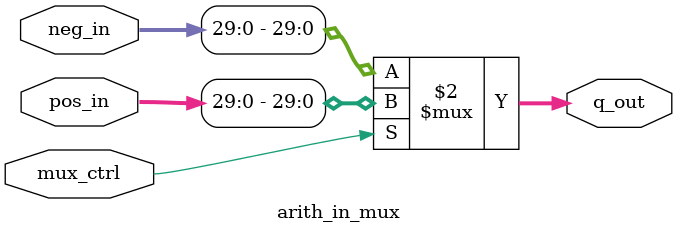
<source format=v>
module arith_in_mux (pos_in, neg_in, q_out, mux_ctrl);
// signals for connecting to the Avalon fabric

parameter WIDTH = 30;
input mux_ctrl;
input [31:0] pos_in, neg_in;
output [WIDTH-1:0] q_out;


assign q_out = ~mux_ctrl ? neg_in[WIDTH-1:0] : pos_in[WIDTH-1:0];

endmodule
</source>
